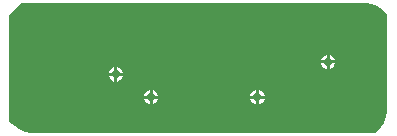
<source format=gbl>
G04*
G04 #@! TF.GenerationSoftware,Altium Limited,Altium Designer,25.8.1 (18)*
G04*
G04 Layer_Physical_Order=2*
G04 Layer_Color=16711680*
%FSLAX44Y44*%
%MOMM*%
G71*
G04*
G04 #@! TF.SameCoordinates,FA5FADA6-1B3F-4E13-A965-911E53457B1D*
G04*
G04*
G04 #@! TF.FilePolarity,Positive*
G04*
G01*
G75*
%ADD21C,0.7000*%
G36*
X147042Y59072D02*
X151436Y57252D01*
X155390Y54610D01*
X157071Y52929D01*
X157071D01*
X160000Y50000D01*
Y-30000D01*
Y-32378D01*
X159072Y-37042D01*
X157252Y-41436D01*
X154610Y-45390D01*
X152929Y-47071D01*
X150000Y-50000D01*
X-141981D01*
X-146888Y-49024D01*
X-151510Y-47109D01*
X-155670Y-44330D01*
X-157439Y-42561D01*
X-160000Y-40000D01*
Y30000D01*
Y50000D01*
X-150000Y60000D01*
X142378D01*
X147042Y59072D01*
D02*
G37*
%LPC*%
G36*
X111270Y16012D02*
Y11270D01*
X116012D01*
X115120Y13421D01*
X113421Y15121D01*
X111270Y16012D01*
D02*
G37*
G36*
X108730D02*
X106579Y15121D01*
X104880Y13421D01*
X103988Y11270D01*
X108730D01*
Y16012D01*
D02*
G37*
G36*
X116012Y8730D02*
X111270D01*
Y3988D01*
X113421Y4879D01*
X115120Y6579D01*
X116012Y8730D01*
D02*
G37*
G36*
X108730D02*
X103988D01*
X104880Y6579D01*
X106579Y4879D01*
X108730Y3988D01*
Y8730D01*
D02*
G37*
G36*
X-68730Y5387D02*
Y645D01*
X-63988D01*
X-64879Y2796D01*
X-66579Y4496D01*
X-68730Y5387D01*
D02*
G37*
G36*
X-71270D02*
X-73421Y4496D01*
X-75120Y2796D01*
X-76012Y645D01*
X-71270D01*
Y5387D01*
D02*
G37*
G36*
X-63988Y-1895D02*
X-68730D01*
Y-6637D01*
X-66579Y-5745D01*
X-64879Y-4046D01*
X-63988Y-1895D01*
D02*
G37*
G36*
X-71270D02*
X-76012D01*
X-75120Y-4046D01*
X-73421Y-5745D01*
X-71270Y-6637D01*
Y-1895D01*
D02*
G37*
G36*
X51270Y-13988D02*
Y-18730D01*
X56012D01*
X55121Y-16579D01*
X53421Y-14879D01*
X51270Y-13988D01*
D02*
G37*
G36*
X48730D02*
X46579Y-14879D01*
X44879Y-16579D01*
X43988Y-18730D01*
X48730D01*
Y-13988D01*
D02*
G37*
G36*
X-38730D02*
Y-18730D01*
X-33988D01*
X-34880Y-16579D01*
X-36579Y-14879D01*
X-38730Y-13988D01*
D02*
G37*
G36*
X-41270D02*
X-43421Y-14879D01*
X-45121Y-16579D01*
X-46012Y-18730D01*
X-41270D01*
Y-13988D01*
D02*
G37*
G36*
X56012Y-21270D02*
X51270D01*
Y-26012D01*
X53421Y-25120D01*
X55121Y-23421D01*
X56012Y-21270D01*
D02*
G37*
G36*
X48730D02*
X43988D01*
X44879Y-23421D01*
X46579Y-25120D01*
X48730Y-26012D01*
Y-21270D01*
D02*
G37*
G36*
X-33988D02*
X-38730D01*
Y-26012D01*
X-36579Y-25120D01*
X-34880Y-23421D01*
X-33988Y-21270D01*
D02*
G37*
G36*
X-41270D02*
X-46012D01*
X-45121Y-23421D01*
X-43421Y-25120D01*
X-41270Y-26012D01*
Y-21270D01*
D02*
G37*
%LPD*%
D21*
X-20000Y0D02*
D03*
X110000Y10000D02*
D03*
X50000Y-20000D02*
D03*
X-70000Y-625D02*
D03*
X-40000Y-20000D02*
D03*
M02*

</source>
